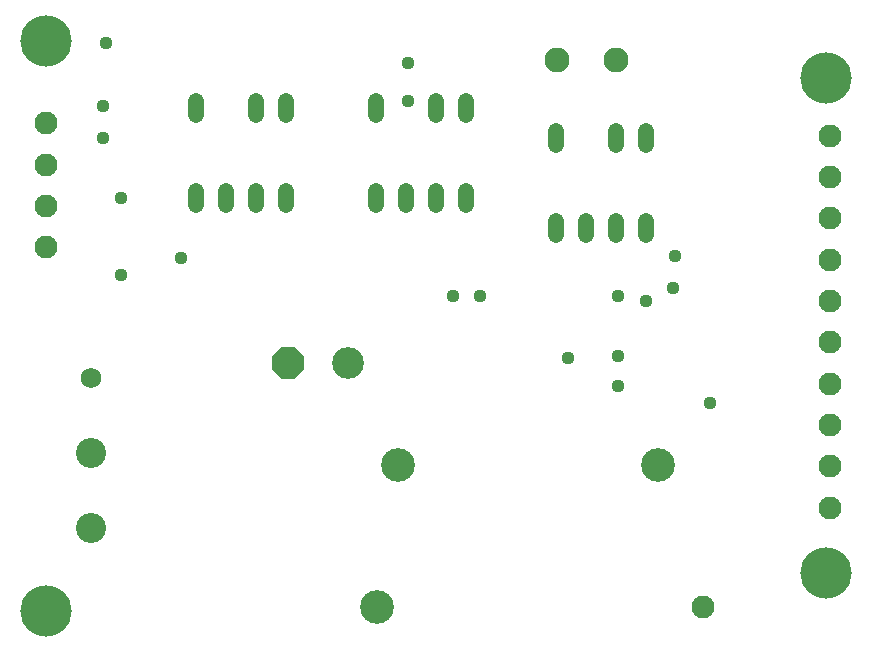
<source format=gbs>
G75*
%MOIN*%
%OFA0B0*%
%FSLAX24Y24*%
%IPPOS*%
%LPD*%
%AMOC8*
5,1,8,0,0,1.08239X$1,22.5*
%
%ADD10C,0.1123*%
%ADD11C,0.0769*%
%ADD12C,0.0532*%
%ADD13C,0.0828*%
%ADD14C,0.1005*%
%ADD15C,0.0690*%
%ADD16C,0.1060*%
%ADD17OC8,0.1060*%
%ADD18C,0.1710*%
%ADD19C,0.0440*%
D10*
X014122Y002568D03*
X014831Y007292D03*
X023492Y007292D03*
D11*
X029243Y007245D03*
X029243Y005868D03*
X029243Y008623D03*
X029243Y010001D03*
X029243Y011379D03*
X029243Y012757D03*
X029243Y014135D03*
X029243Y015513D03*
X029243Y016891D03*
X029243Y018269D03*
X024988Y002568D03*
X003118Y014546D03*
X003118Y015924D03*
X003118Y017302D03*
X003118Y018680D03*
D12*
X008118Y018944D02*
X008118Y019416D01*
X010118Y019416D02*
X010118Y018944D01*
X011118Y018944D02*
X011118Y019416D01*
X014118Y019416D02*
X014118Y018944D01*
X016118Y018944D02*
X016118Y019416D01*
X017118Y019416D02*
X017118Y018944D01*
X020118Y018416D02*
X020118Y017944D01*
X022118Y017944D02*
X022118Y018416D01*
X023118Y018416D02*
X023118Y017944D01*
X023118Y015416D02*
X023118Y014944D01*
X022118Y014944D02*
X022118Y015416D01*
X021118Y015416D02*
X021118Y014944D01*
X020118Y014944D02*
X020118Y015416D01*
X017118Y015944D02*
X017118Y016416D01*
X016118Y016416D02*
X016118Y015944D01*
X015118Y015944D02*
X015118Y016416D01*
X014118Y016416D02*
X014118Y015944D01*
X011118Y015944D02*
X011118Y016416D01*
X010118Y016416D02*
X010118Y015944D01*
X009118Y015944D02*
X009118Y016416D01*
X008118Y016416D02*
X008118Y015944D01*
D13*
X020149Y020805D03*
X022118Y020805D03*
D14*
X004618Y007680D03*
X004618Y005180D03*
D15*
X004618Y010180D03*
D16*
X013180Y010680D03*
D17*
X011180Y010680D03*
D18*
X003118Y002430D03*
X003118Y021430D03*
X029118Y020180D03*
X029118Y003680D03*
D19*
X025243Y009368D03*
X022180Y009930D03*
X022180Y010930D03*
X020493Y010868D03*
X023118Y012743D03*
X022180Y012930D03*
X023993Y013180D03*
X024055Y014243D03*
X017555Y012930D03*
X016680Y012930D03*
X015180Y019430D03*
X015180Y020680D03*
X007618Y014180D03*
X005618Y013618D03*
X005618Y016180D03*
X004993Y018180D03*
X004993Y019243D03*
X005118Y021368D03*
M02*

</source>
